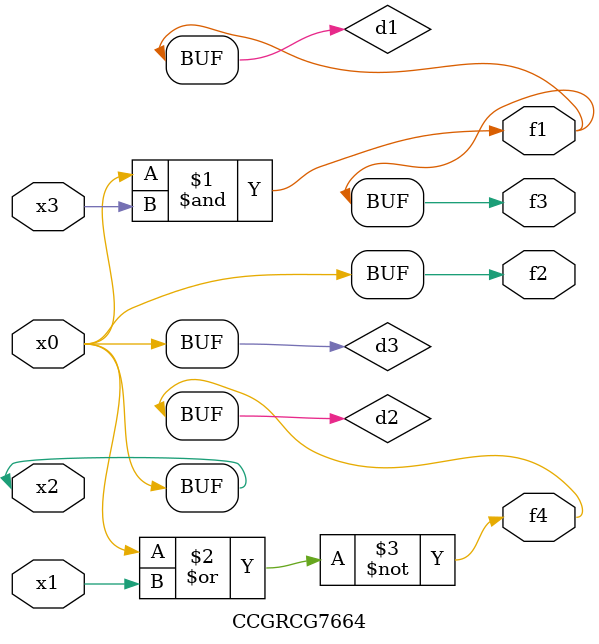
<source format=v>
module CCGRCG7664(
	input x0, x1, x2, x3,
	output f1, f2, f3, f4
);

	wire d1, d2, d3;

	and (d1, x2, x3);
	nor (d2, x0, x1);
	buf (d3, x0, x2);
	assign f1 = d1;
	assign f2 = d3;
	assign f3 = d1;
	assign f4 = d2;
endmodule

</source>
